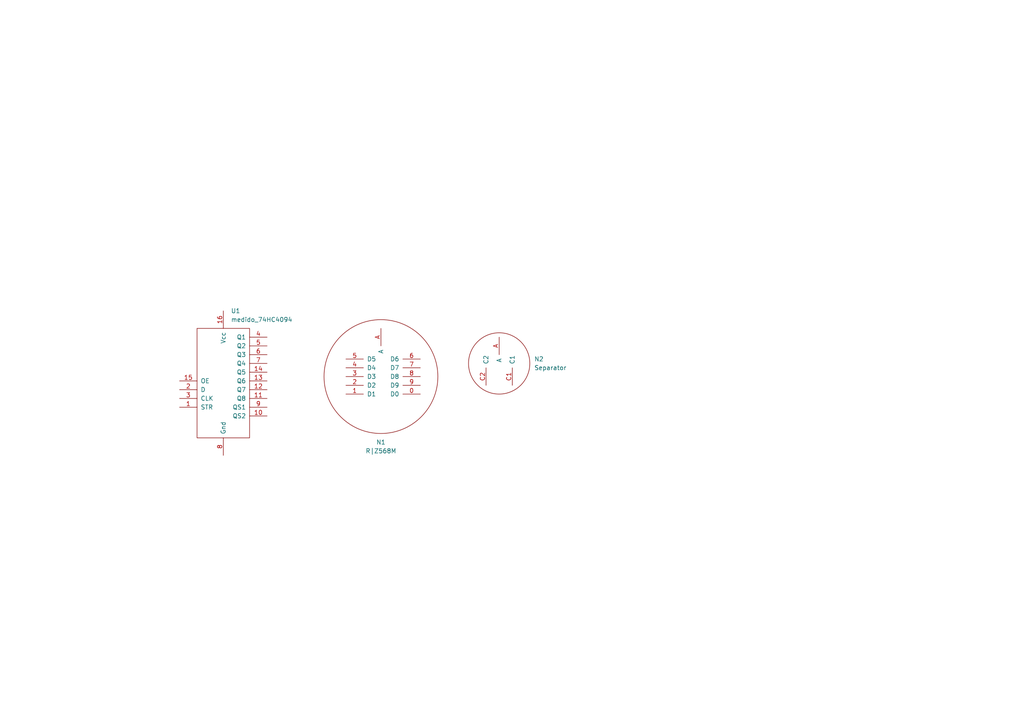
<source format=kicad_sch>
(kicad_sch (version 20230121) (generator eeschema)
  (paper "A4")
  (lib_symbols
    (symbol "NixieClockV1-cache:medido_74HC4094" (pin_names (offset 1.016))
      (property "Reference" "U" (at -6.35 16.51 0))
      (property "Value" "medido_74HC4094" (at 0 -26.67 0))
      (symbol "medido_74HC4094_0_1"
        (rectangle (start -7.62 13.97) (end 7.62 -17.78))
      )
      (symbol "medido_74HC4094_1_1"
        (pin input line (at -12.7 -8.89 0) (length 5.08) (name "STR") (number "1"))
        (pin output line (at 12.7 -11.43 180) (length 5.08) (name "QS2") (number "10"))
        (pin output line (at 12.7 -6.35 180) (length 5.08) (name "Q8") (number "11"))
        (pin output line (at 12.7 -3.81 180) (length 5.08) (name "Q7") (number "12"))
        (pin output line (at 12.7 -1.27 180) (length 5.08) (name "Q6") (number "13"))
        (pin output line (at 12.7 1.27 180) (length 5.08) (name "Q5") (number "14"))
        (pin input line (at -12.7 -1.27 0) (length 5.08) (name "OE") (number "15"))
        (pin power_in line (at 0 19.05 270) (length 5.08) (name "Vcc") (number "16"))
        (pin input line (at -12.7 -3.81 0) (length 5.08) (name "D") (number "2"))
        (pin input line (at -12.7 -6.35 0) (length 5.08) (name "CLK") (number "3"))
        (pin output line (at 12.7 11.43 180) (length 5.08) (name "Q1") (number "4"))
        (pin output line (at 12.7 8.89 180) (length 5.08) (name "Q2") (number "5"))
        (pin output line (at 12.7 6.35 180) (length 5.08) (name "Q3") (number "6"))
        (pin output line (at 12.7 3.81 180) (length 5.08) (name "Q4") (number "7"))
        (pin power_in line (at 0 -22.86 90) (length 5.08) (name "Gnd") (number "8"))
        (pin output line (at 12.7 -8.89 180) (length 5.08) (name "QS1") (number "9"))
      )
    )
    (symbol "medido:R|Z568M" (pin_names (offset 1.016))
      (property "Reference" "N" (at -13.97 15.24 0))
      (property "Value" "R|Z568M" (at 16.51 15.24 0))
      (symbol "R|Z568M_0_1"
        (circle (center 0 0) (radius 16.51))
      )
      (symbol "R|Z568M_1_1"
        (pin input line (at 11.43 -5.08 180) (length 5.08) (name "D0") (number "0"))
        (pin input line (at -10.16 -5.08 0) (length 5.08) (name "D1") (number "1"))
        (pin input line (at -10.16 -2.54 0) (length 5.08) (name "D2") (number "2"))
        (pin input line (at -10.16 0 0) (length 5.08) (name "D3") (number "3"))
        (pin input line (at -10.16 2.54 0) (length 5.08) (name "D4") (number "4"))
        (pin input line (at -10.16 5.08 0) (length 5.08) (name "D5") (number "5"))
        (pin input line (at 11.43 5.08 180) (length 5.08) (name "D6") (number "6"))
        (pin input line (at 11.43 2.54 180) (length 5.08) (name "D7") (number "7"))
        (pin input line (at 11.43 0 180) (length 5.08) (name "D8") (number "8"))
        (pin input line (at 11.43 -2.54 180) (length 5.08) (name "D9") (number "9"))
        (pin input line (at 0 13.97 270) (length 5.08) (name "A") (number "A"))
      )
    )
    (symbol "medido:Separator" (pin_names (offset 1.016))
      (property "Reference" "N" (at 0 11.43 0))
      (property "Value" "Separator" (at 0 -11.43 0))
      (symbol "Separator_0_1"
        (circle (center 0 0) (radius 8.89))
      )
      (symbol "Separator_1_1"
        (pin input line (at 0 7.62 270) (length 5.08) (name "A") (number "A"))
        (pin input line (at 3.81 -6.35 90) (length 5.08) (name "C1") (number "C1"))
        (pin input line (at -3.81 -6.35 90) (length 5.08) (name "C2") (number "C2"))
      )
    )
  )
  (symbol (lib_id "NixieClockV1-cache:medido_74HC4094") (at 64.77 109.22 0) (unit 1)
    (property "Reference" "U1" (at 66.9641 90.17 0) (effects (justify left)))
    (property "Value" "medido_74HC4094" (at 66.9641 92.71 0) (effects (justify left)))
  )
  (symbol (lib_id "medido:Separator") (at 144.78 105.41 0) (unit 1)
    (property "Reference" "N2" (at 154.94 104.14 0) (effects (justify left)))
    (property "Value" "Separator" (at 154.94 106.68 0) (effects (justify left)))
  )
  (symbol (lib_id "medido:R|Z568M") (at 110.49 109.22 0) (unit 1)
    (property "Reference" "N1" (at 110.49 128.27 0))
    (property "Value" "R|Z568M" (at 110.49 130.81 0))
  )
)
</source>
